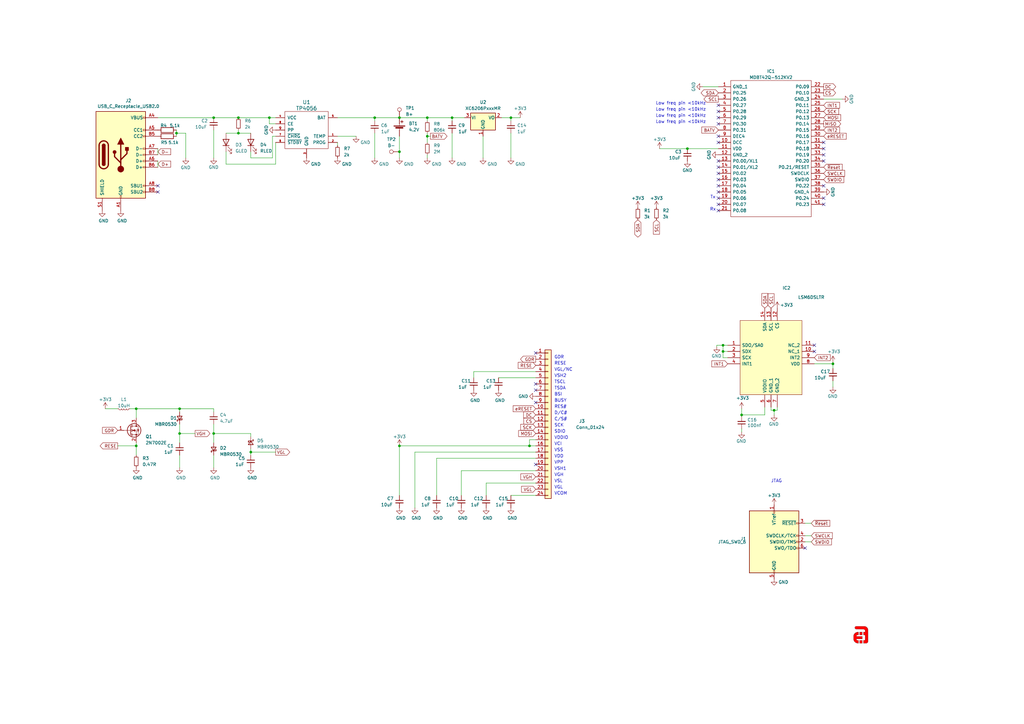
<source format=kicad_sch>
(kicad_sch (version 20220404) (generator eeschema)
  (paper "A3")
  (title_block (title "NRF Pill Lid") (date "2021-08-20") (rev "1") (company "Ace's Electronics"))
  (junction (at 296.545 144.145))
  (junction (at 73.66 177.8))
  (junction (at 55.88 182.88))
  (junction (at 102.87 185.42))
  (junction (at 87.63 48.26))
  (junction (at 317.5 168.275))
  (junction (at 163.83 182.88))
  (junction (at 281.94 60.96))
  (junction (at 97.79 54.61))
  (junction (at 73.66 167.64))
  (junction (at 153.67 48.26))
  (junction (at 175.26 55.88))
  (junction (at 87.63 177.8))
  (junction (at 296.545 141.605))
  (junction (at 163.83 48.26))
  (junction (at 110.49 48.26))
  (junction (at 217.17 182.88))
  (junction (at 55.88 167.64))
  (junction (at 175.26 48.26))
  (junction (at 304.165 170.18))
  (junction (at 341.63 149.225))
  (junction (at 185.42 48.26))
  (junction (at 97.79 48.26))
  (junction (at 209.55 48.26))
  (junction (at 72.39 54.61))
  (junction (at 163.83 62.23))
  (no_connect (at 294.64 43.18))
  (no_connect (at 294.64 68.58))
  (no_connect (at 334.01 141.605))
  (no_connect (at 64.77 78.74))
  (no_connect (at 334.01 144.145))
  (no_connect (at 219.71 157.48))
  (no_connect (at 219.71 160.02))
  (no_connect (at 294.64 50.8))
  (no_connect (at 294.64 55.88))
  (no_connect (at 294.64 58.42))
  (no_connect (at 294.64 48.26))
  (no_connect (at 294.64 45.72))
  (no_connect (at 64.77 76.2))
  (no_connect (at 219.71 144.78))
  (no_connect (at 294.64 71.12))
  (no_connect (at 294.64 81.28))
  (no_connect (at 294.64 86.36))
  (no_connect (at 337.82 58.42))
  (no_connect (at 337.82 60.96))
  (no_connect (at 337.82 63.5))
  (no_connect (at 337.82 66.04))
  (no_connect (at 337.82 76.2))
  (no_connect (at 337.82 81.28))
  (no_connect (at 337.82 83.82))
  (no_connect (at 294.64 83.82))
  (no_connect (at 294.64 78.74))
  (no_connect (at 294.64 76.2))
  (no_connect (at 294.64 73.66))
  (no_connect (at 330.2 224.79))
  (no_connect (at 219.71 165.1))
  (no_connect (at 294.64 66.04))
  (no_connect (at 219.71 190.5))
  (wire (pts (xy 219.71 180.34) (xy 217.17 180.34)))
  (wire (pts (xy 332.74 222.25) (xy 330.2 222.25)))
  (wire (pts (xy 92.71 62.23) (xy 92.71 67.31)))
  (wire (pts (xy 97.79 54.61) (xy 92.71 54.61)))
  (wire (pts (xy 87.63 177.8) (xy 87.63 181.61)))
  (wire (pts (xy 175.26 64.77) (xy 175.26 63.5)))
  (wire (pts (xy 87.63 177.8) (xy 102.87 177.8)))
  (wire (pts (xy 87.63 173.99) (xy 87.63 177.8)))
  (wire (pts (xy 304.165 175.895) (xy 304.165 177.165)))
  (wire (pts (xy 163.83 203.2) (xy 163.83 182.88)))
  (wire (pts (xy 175.26 48.26) (xy 185.42 48.26)))
  (wire (pts (xy 205.74 48.26) (xy 209.55 48.26)))
  (wire (pts (xy 163.83 48.26) (xy 175.26 48.26)))
  (wire (pts (xy 209.55 48.26) (xy 213.36 48.26)))
  (wire (pts (xy 97.79 48.26) (xy 110.49 48.26)))
  (wire (pts (xy 110.49 48.26) (xy 110.49 50.8)))
  (wire (pts (xy 43.18 167.64) (xy 48.26 167.64)))
  (wire (pts (xy 298.45 144.145) (xy 296.545 144.145)))
  (wire (pts (xy 87.63 48.26) (xy 97.79 48.26)))
  (wire (pts (xy 298.45 146.685) (xy 296.545 146.685)))
  (wire (pts (xy 313.69 167.005) (xy 313.69 170.18)))
  (wire (pts (xy 72.39 54.61) (xy 76.2 54.61)))
  (wire (pts (xy 332.74 219.71) (xy 330.2 219.71)))
  (wire (pts (xy 179.07 187.96) (xy 219.71 187.96)))
  (wire (pts (xy 72.39 54.61) (xy 72.39 53.34)))
  (wire (pts (xy 179.07 203.2) (xy 179.07 187.96)))
  (wire (pts (xy 97.79 53.34) (xy 97.79 54.61)))
  (wire (pts (xy 194.31 152.4) (xy 194.31 154.94)))
  (wire (pts (xy 55.88 167.64) (xy 73.66 167.64)))
  (wire (pts (xy 304.165 170.18) (xy 313.69 170.18)))
  (wire (pts (xy 138.43 59.69) (xy 138.43 58.42)))
  (wire (pts (xy 102.87 177.8) (xy 102.87 179.07)))
  (wire (pts (xy 87.63 64.77) (xy 87.63 53.34)))
  (wire (pts (xy 185.42 64.77) (xy 185.42 54.61)))
  (wire (pts (xy 138.43 55.88) (xy 146.05 55.88)))
  (wire (pts (xy 175.26 49.53) (xy 175.26 48.26)))
  (wire (pts (xy 317.5 168.275) (xy 317.5 170.18)))
  (wire (pts (xy 102.87 185.42) (xy 113.03 185.42)))
  (wire (pts (xy 270.51 60.96) (xy 281.94 60.96)))
  (wire (pts (xy 217.17 182.88) (xy 219.71 182.88)))
  (wire (pts (xy 170.18 185.42) (xy 170.18 208.28)))
  (wire (pts (xy 318.77 168.275) (xy 318.77 167.005)))
  (wire (pts (xy 185.42 48.26) (xy 190.5 48.26)))
  (wire (pts (xy 73.66 177.8) (xy 73.66 181.61)))
  (wire (pts (xy 72.39 55.88) (xy 72.39 54.61)))
  (wire (pts (xy 163.83 182.88) (xy 217.17 182.88)))
  (wire (pts (xy 73.66 173.99) (xy 73.66 177.8)))
  (wire (pts (xy 199.39 203.2) (xy 199.39 198.12)))
  (wire (pts (xy 304.165 170.18) (xy 304.165 167.64)))
  (wire (pts (xy 73.66 168.91) (xy 73.66 167.64)))
  (wire (pts (xy 113.03 58.42) (xy 113.03 67.31)))
  (wire (pts (xy 298.45 141.605) (xy 296.545 141.605)))
  (wire (pts (xy 219.71 152.4) (xy 194.31 152.4)))
  (wire (pts (xy 198.12 64.77) (xy 198.12 55.88)))
  (wire (pts (xy 296.545 144.145) (xy 296.545 141.605)))
  (wire (pts (xy 345.44 40.64) (xy 337.82 40.64)))
  (wire (pts (xy 138.43 48.26) (xy 153.67 48.26)))
  (wire (pts (xy 317.5 168.275) (xy 318.77 168.275)))
  (wire (pts (xy 209.55 49.53) (xy 209.55 48.26)))
  (wire (pts (xy 73.66 177.8) (xy 80.01 177.8)))
  (wire (pts (xy 102.87 62.23) (xy 102.87 64.77)))
  (wire (pts (xy 189.23 193.04) (xy 219.71 193.04)))
  (wire (pts (xy 73.66 167.64) (xy 87.63 167.64)))
  (wire (pts (xy 102.87 184.15) (xy 102.87 185.42)))
  (wire (pts (xy 102.87 185.42) (xy 102.87 186.69)))
  (wire (pts (xy 175.26 54.61) (xy 175.26 55.88)))
  (wire (pts (xy 175.26 55.88) (xy 175.26 58.42)))
  (wire (pts (xy 110.49 48.26) (xy 113.03 48.26)))
  (wire (pts (xy 288.29 35.56) (xy 294.64 35.56)))
  (wire (pts (xy 204.47 154.94) (xy 219.71 154.94)))
  (wire (pts (xy 219.71 185.42) (xy 170.18 185.42)))
  (wire (pts (xy 92.71 67.31) (xy 113.03 67.31)))
  (wire (pts (xy 55.88 182.88) (xy 55.88 186.69)))
  (wire (pts (xy 87.63 168.91) (xy 87.63 167.64)))
  (wire (pts (xy 113.03 50.8) (xy 110.49 50.8)))
  (wire (pts (xy 64.77 60.96) (xy 64.77 63.5)))
  (wire (pts (xy 185.42 49.53) (xy 185.42 48.26)))
  (wire (pts (xy 294.005 141.605) (xy 294.005 142.24)))
  (wire (pts (xy 153.67 48.26) (xy 163.83 48.26)))
  (wire (pts (xy 175.26 55.88) (xy 176.53 55.88)))
  (wire (pts (xy 53.34 167.64) (xy 55.88 167.64)))
  (wire (pts (xy 76.2 54.61) (xy 76.2 64.77)))
  (wire (pts (xy 113.03 55.88) (xy 111.76 55.88)))
  (wire (pts (xy 334.01 149.225) (xy 341.63 149.225)))
  (wire (pts (xy 209.55 203.2) (xy 219.71 203.2)))
  (wire (pts (xy 316.23 168.275) (xy 317.5 168.275)))
  (wire (pts (xy 341.63 149.225) (xy 341.63 151.13)))
  (wire (pts (xy 316.23 167.005) (xy 316.23 168.275)))
  (wire (pts (xy 163.83 55.88) (xy 163.83 62.23)))
  (wire (pts (xy 55.88 167.64) (xy 55.88 171.45)))
  (wire (pts (xy 48.26 182.88) (xy 55.88 182.88)))
  (wire (pts (xy 111.76 55.88) (xy 111.76 64.77)))
  (wire (pts (xy 153.67 64.77) (xy 153.67 54.61)))
  (wire (pts (xy 341.63 156.21) (xy 341.63 158.75)))
  (wire (pts (xy 341.63 148.59) (xy 341.63 149.225)))
  (wire (pts (xy 189.23 193.04) (xy 189.23 203.2)))
  (wire (pts (xy 296.545 146.685) (xy 296.545 144.145)))
  (wire (pts (xy 209.55 64.77) (xy 209.55 54.61)))
  (wire (pts (xy 281.94 60.96) (xy 294.64 60.96)))
  (wire (pts (xy 55.88 181.61) (xy 55.88 182.88)))
  (wire (pts (xy 199.39 198.12) (xy 219.71 198.12)))
  (wire (pts (xy 304.165 170.815) (xy 304.165 170.18)))
  (wire (pts (xy 64.77 48.26) (xy 87.63 48.26)))
  (wire (pts (xy 332.74 214.63) (xy 330.2 214.63)))
  (wire (pts (xy 217.17 180.34) (xy 217.17 182.88)))
  (wire (pts (xy 97.79 54.61) (xy 102.87 54.61)))
  (wire (pts (xy 296.545 141.605) (xy 294.005 141.605)))
  (wire (pts (xy 153.67 48.26) (xy 153.67 49.53)))
  (wire (pts (xy 163.83 64.77) (xy 163.83 62.23)))
  (wire (pts (xy 87.63 186.69) (xy 87.63 191.77)))
  (wire (pts (xy 64.77 66.04) (xy 64.77 68.58)))
  (wire (pts (xy 73.66 186.69) (xy 73.66 191.77)))
  (wire (pts (xy 102.87 64.77) (xy 111.76 64.77)))
  (image (at 353.06 260.35))
  (text "RESE" (at 227.33 149.86 0) (effects (font (size 1.27 1.27)) (justify left bottom)))
  (text "SCK" (at 227.33 175.26 0) (effects (font (size 1.27 1.27)) (justify left bottom)))
  (text "TSCL" (at 227.33 157.48 0) (effects (font (size 1.27 1.27)) (justify left bottom)))
  (text "Tx" (at 293.4872 81.6708 0) (effects (font (size 1.27 1.27)) (justify right bottom)))
  (text "VDD" (at 227.33 187.96 0) (effects (font (size 1.27 1.27)) (justify left bottom)))
  (text "JTAG" (at 316.23 198.12 0) (effects (font (size 1.27 1.27)) (justify left bottom)))
  (text "Rx\n" (at 293.6435 86.6726 0) (effects (font (size 1.27 1.27)) (justify right bottom)))
  (text "VCI" (at 227.33 182.88 0) (effects (font (size 1.27 1.27)) (justify left bottom)))
  (text "RES#" (at 227.33 167.64 0) (effects (font (size 1.27 1.27)) (justify left bottom)))
  (text "Low freq pin <10kHz" (at 289.56 48.26 0) (effects (font (size 1.27 1.27)) (justify right bottom)))
  (text "VDDIO" (at 227.33 180.34 0) (effects (font (size 1.27 1.27)) (justify left bottom)))
  (text "C/S#" (at 227.33 172.72 0) (effects (font (size 1.27 1.27)) (justify left bottom)))
  (text "VSH1" (at 227.33 193.04 0) (effects (font (size 1.27 1.27)) (justify left bottom)))
  (text "VGL/NC" (at 227.33 152.4 0) (effects (font (size 1.27 1.27)) (justify left bottom)))
  (text "Low freq pin <10kHz" (at 289.56 43.18 0) (effects (font (size 1.27 1.27)) (justify right bottom)))
  (text "TSDA" (at 227.33 160.02 0) (effects (font (size 1.27 1.27)) (justify left bottom)))
  (text "BUSY" (at 227.33 165.1 0) (effects (font (size 1.27 1.27)) (justify left bottom)))
  (text "D/C#" (at 227.33 170.18 0) (effects (font (size 1.27 1.27)) (justify left bottom)))
  (text "VPP" (at 227.33 190.5 0) (effects (font (size 1.27 1.27)) (justify left bottom)))
  (text "VSL" (at 227.33 198.12 0) (effects (font (size 1.27 1.27)) (justify left bottom)))
  (text "VSS" (at 227.33 185.42 0) (effects (font (size 1.27 1.27)) (justify left bottom)))
  (text "VCOM" (at 227.33 203.2 0) (effects (font (size 1.27 1.27)) (justify left bottom)))
  (text "Low freq pin <10kHz" (at 289.56 50.8 0) (effects (font (size 1.27 1.27)) (justify right bottom)))
  (text "Low freq pin <10kHz" (at 289.56 45.72 0) (effects (font (size 1.27 1.27)) (justify right bottom)))
  (text "VGL" (at 227.33 200.66 0) (effects (font (size 1.27 1.27)) (justify left bottom)))
  (text "SDIO" (at 227.33 177.8 0) (effects (font (size 1.27 1.27)) (justify left bottom)))
  (text "VGH" (at 227.33 195.58 0) (effects (font (size 1.27 1.27)) (justify left bottom)))
  (text "VSH2" (at 227.33 154.94 0) (effects (font (size 1.27 1.27)) (justify left bottom)))
  (text "GDR" (at 227.33 147.32 0) (effects (font (size 1.27 1.27)) (justify left bottom)))
  (text "BSI" (at 227.33 162.56 0) (effects (font (size 1.27 1.27)) (justify left bottom)))
  (global_label "SCK" (shape input) (at 337.82 45.72 0) (property "Intersheet References" "${INTERSHEET_REFS}" (effects hide)))
  (global_label "SDA" (shape bidirectional) (at 294.64 38.1 180) (property "Intersheet References" "${INTERSHEET_REFS}" (effects hide)))
  (global_label "BATV" (shape input) (at 294.64 53.34 180) (property "Intersheet References" "${INTERSHEET_REFS}" (effects hide)))
  (global_label "SWDIO" (shape input) (at 332.74 222.25 0) (property "Intersheet References" "${INTERSHEET_REFS}" (effects hide)))
  (global_label "CS" (shape input) (at 219.71 172.72 180) (property "Intersheet References" "${INTERSHEET_REFS}" (effects hide)))
  (global_label "SCL" (shape input) (at 316.23 126.365 90) (property "Intersheet References" "${INTERSHEET_REFS}" (effects hide)))
  (global_label "RESE" (shape input) (at 219.71 149.86 180) (property "Intersheet References" "${INTERSHEET_REFS}" (effects hide)))
  (global_label "GDR" (shape input) (at 48.26 176.53 180) (property "Intersheet References" "${INTERSHEET_REFS}" (effects hide)))
  (global_label "SCK" (shape input) (at 219.71 175.26 180) (property "Intersheet References" "${INTERSHEET_REFS}" (effects hide)))
  (global_label "MOSI" (shape input) (at 337.82 48.26 0) (property "Intersheet References" "${INTERSHEET_REFS}" (effects hide)))
  (global_label "eRESET" (shape input) (at 219.71 167.64 180) (property "Intersheet References" "${INTERSHEET_REFS}" (effects hide)))
  (global_label "SCL" (shape input) (at 269.24 90.17 270) (property "Intersheet References" "${INTERSHEET_REFS}" (effects hide)))
  (global_label "GDR" (shape output) (at 219.71 147.32 180) (property "Intersheet References" "${INTERSHEET_REFS}" (effects hide)))
  (global_label "MOSI" (shape input) (at 219.71 177.8 180) (property "Intersheet References" "${INTERSHEET_REFS}" (effects hide)))
  (global_label "VGL" (shape input) (at 219.71 200.66 180) (property "Intersheet References" "${INTERSHEET_REFS}" (effects hide)))
  (global_label "CS" (shape output) (at 337.82 38.1 0) (property "Intersheet References" "${INTERSHEET_REFS}" (effects hide)))
  (global_label "SWCLK" (shape input) (at 337.82 71.12 0) (property "Intersheet References" "${INTERSHEET_REFS}" (effects hide)))
  (global_label "SWDIO" (shape input) (at 337.82 73.66 0) (property "Intersheet References" "${INTERSHEET_REFS}" (effects hide)))
  (global_label "~{Reset}" (shape input) (at 332.74 214.63 0) (property "Intersheet References" "${INTERSHEET_REFS}" (effects hide)))
  (global_label "RESE" (shape output) (at 48.26 182.88 180) (property "Intersheet References" "${INTERSHEET_REFS}" (effects hide)))
  (global_label "MISO" (shape output) (at 337.82 50.8 0) (property "Intersheet References" "${INTERSHEET_REFS}" (effects hide)))
  (global_label "BATV" (shape output) (at 176.53 55.88 0) (property "Intersheet References" "${INTERSHEET_REFS}" (effects hide)))
  (global_label "SWCLK" (shape input) (at 332.74 219.71 0) (property "Intersheet References" "${INTERSHEET_REFS}" (effects hide)))
  (global_label "VGH" (shape output) (at 80.01 177.8 0) (property "Intersheet References" "${INTERSHEET_REFS}" (effects hide)))
  (global_label "VGH" (shape input) (at 219.71 195.58 180) (property "Intersheet References" "${INTERSHEET_REFS}" (effects hide)))
  (global_label "DC" (shape input) (at 219.71 170.18 180) (property "Intersheet References" "${INTERSHEET_REFS}" (effects hide)))
  (global_label "DC" (shape output) (at 337.82 35.56 0) (property "Intersheet References" "${INTERSHEET_REFS}" (effects hide)))
  (global_label "~{Reset}" (shape input) (at 337.82 68.58 0) (property "Intersheet References" "${INTERSHEET_REFS}" (effects hide)))
  (global_label "SDA" (shape bidirectional) (at 261.62 90.17 270) (property "Intersheet References" "${INTERSHEET_REFS}" (effects hide)))
  (global_label "INT1" (shape input) (at 337.82 43.18 0) (property "Intersheet References" "${INTERSHEET_REFS}" (effects hide)))
  (global_label "INT2" (shape input) (at 334.01 146.685 0) (property "Intersheet References" "${INTERSHEET_REFS}" (effects hide)))
  (global_label "INT1" (shape input) (at 298.45 149.225 180) (property "Intersheet References" "${INTERSHEET_REFS}" (effects hide)))
  (global_label "INT2" (shape input) (at 337.82 53.34 0) (property "Intersheet References" "${INTERSHEET_REFS}" (effects hide)))
  (global_label "D-" (shape input) (at 64.77 62.23 0) (property "Intersheet References" "${INTERSHEET_REFS}" (effects hide)))
  (global_label "D+" (shape input) (at 64.77 67.31 0) (property "Intersheet References" "${INTERSHEET_REFS}" (effects hide)))
  (global_label "eRESET" (shape input) (at 337.82 55.88 0) (property "Intersheet References" "${INTERSHEET_REFS}" (effects hide)))
  (global_label "SCL" (shape output) (at 294.64 40.64 180) (property "Intersheet References" "${INTERSHEET_REFS}" (effects hide)))
  (global_label "VGL" (shape output) (at 113.03 185.42 0) (property "Intersheet References" "${INTERSHEET_REFS}" (effects hide)))
  (global_label "SDA" (shape input) (at 313.69 126.365 90) (property "Intersheet References" "${INTERSHEET_REFS}" (effects hide)))
  (symbol (lib_id "Connector:Conn_ARM_JTAG_SWD_6") (at 317.5 222.25 0) (unit 1)
    (default_instance (reference "U") (unit 1) (value "") (footprint ""))
    (property "Reference" "J1" (at 306.07 220.98 0) (effects (justify right)))
    (property "Value" "JTAG_SWD_6" (at 306.07 222.25 0) (effects (justify right)))
    (property "Footprint" "Connector:Tag-Connect_TC2050-IDC-NL_2x05_P1.27mm_Vertical" (effects hide))
    (property "Datasheet" "http://infocenter.arm.com/help/topic/com.arm.doc.ddi0314h/DDI0314H_coresight_components_trm.pdf" (effects hide))
  )
  (symbol (lib_id "power:GND") (at 317.5 237.49 0) (unit 1)
    (default_instance (reference "U") (unit 1) (value "") (footprint ""))
    (property "Reference" "#PWR010" (effects hide))
    (property "Value" "GND" (at 321.31 238.76 0))
  )
  (symbol (lib_id "Device:R_Small") (at 261.62 87.63 0) (unit 1)
    (default_instance (reference "U") (unit 1) (value "") (footprint ""))
    (property "Reference" "R1" (at 264.16 86.36 0) (effects (justify left)))
    (property "Value" "3k" (at 264.16 88.9 0) (effects (justify left)))
    (property "Footprint" "Resistor_SMD:R_0603_1608Metric" (effects hide))
    (property "lcsc_part_number" "C4211" (effects hide))
  )
  (symbol (lib_id "Device:R_Small") (at 269.24 87.63 0) (unit 1)
    (default_instance (reference "U") (unit 1) (value "") (footprint ""))
    (property "Reference" "R2" (at 271.78 86.36 0) (effects (justify left)))
    (property "Value" "3k" (at 271.78 88.9 0) (effects (justify left)))
    (property "Footprint" "Resistor_SMD:R_0603_1608Metric" (effects hide))
    (property "lcsc_part_number" "C4211" (effects hide))
  )
  (symbol (lib_id "Device:C_Small") (at 281.94 63.5 0) (unit 1)
    (default_instance (reference "U") (unit 1) (value "") (footprint ""))
    (property "Reference" "C3" (at 276.86 62.23 0) (effects (justify left)))
    (property "Value" "10uF" (at 274.32 64.77 0) (effects (justify left)))
    (property "Footprint" "Capacitor_SMD:C_0603_1608Metric" (effects hide))
    (property "lcsc_part_number" "C19702" (effects hide))
  )
  (symbol (lib_id "power:GND") (at 281.94 66.04 0) (unit 1)
    (default_instance (reference "U") (unit 1) (value "") (footprint ""))
    (property "Reference" "#PWR07" (effects hide))
    (property "Value" "GND" (at 281.94 69.85 0))
  )
  (symbol (lib_id "Device:C_Small") (at 73.66 184.15 0) (unit 1)
    (default_instance (reference "U") (unit 1) (value "") (footprint ""))
    (property "Reference" "C1" (at 68.58 182.88 0) (effects (justify left)))
    (property "Value" "1uF" (at 67.31 185.42 0) (effects (justify left)))
    (property "Footprint" "Capacitor_SMD:C_0603_1608Metric" (effects hide))
    (property "lcsc_part_number" "C59782" (effects hide))
  )
  (symbol (lib_id "Device:C_Small") (at 341.63 153.67 0) (unit 1)
    (default_instance (reference "U") (unit 1) (value "") (footprint ""))
    (property "Reference" "C17" (at 336.55 152.4 0) (effects (justify left)))
    (property "Value" "10uF" (at 334.01 154.94 0) (effects (justify left)))
    (property "Footprint" "Capacitor_SMD:C_0603_1608Metric" (effects hide))
    (property "lcsc_part_number" "C19702" (effects hide))
  )
  (symbol (lib_id "Device:C_Small") (at 194.31 157.48 0) (unit 1)
    (default_instance (reference "U") (unit 1) (value "") (footprint ""))
    (property "Reference" "C11" (at 189.23 156.21 0) (effects (justify left)))
    (property "Value" "1uF" (at 187.96 158.75 0) (effects (justify left)))
    (property "Footprint" "Capacitor_SMD:C_0603_1608Metric" (effects hide))
    (property "lcsc_part_number" "C59782" (effects hide))
  )
  (symbol (lib_id "power:GND") (at 102.87 191.77 0) (unit 1)
    (default_instance (reference "U") (unit 1) (value "") (footprint ""))
    (property "Reference" "#PWR011" (effects hide))
    (property "Value" "GND" (at 103.4288 195.961 0))
  )
  (symbol (lib_id "Device:LED") (at 102.87 58.42 90) (unit 1)
    (default_instance (reference "U") (unit 1) (value "") (footprint ""))
    (property "Reference" "D4" (at 106.68 59.3725 90) (effects (justify right)))
    (property "Value" "RLED" (at 106.68 61.9125 90) (effects (justify right)))
    (property "Footprint" "LED_SMD:LED_0603_1608Metric" (effects hide))
    (property "lcsc" "C84263" (effects hide))
  )
  (symbol (lib_id "Device:C_Small") (at 87.63 50.8 0) (unit 1)
    (default_instance (reference "U") (unit 1) (value "") (footprint ""))
    (property "Reference" "C2" (at 82.55 49.53 0) (effects (justify left)))
    (property "Value" "10uF" (at 80.01 52.07 0) (effects (justify left)))
    (property "Footprint" "Capacitor_SMD:C_0603_1608Metric" (effects hide))
    (property "lcsc_part_number" "C19702" (effects hide))
  )
  (symbol (lib_id "power:GND") (at 76.2 64.77 0) (unit 1)
    (default_instance (reference "U") (unit 1) (value "") (footprint ""))
    (property "Reference" "#PWR06" (effects hide))
    (property "Value" "GND" (at 78.1806 68.7379 0) (effects (justify right)))
  )
  (symbol (lib_id "Device:C_Small") (at 87.63 171.45 0) (unit 1)
    (default_instance (reference "U") (unit 1) (value "") (footprint ""))
    (property "Reference" "C4" (at 90.17 170.18 0) (effects (justify left)))
    (property "Value" "4.7uF" (at 90.17 172.72 0) (effects (justify left)))
    (property "Footprint" "Capacitor_SMD:C_0603_1608Metric" (effects hide))
    (property "lcsc_part_number" "C59782" (effects hide))
  )
  (symbol (lib_id "power:GND") (at 219.71 162.56 270) (unit 1)
    (default_instance (reference "U") (unit 1) (value "") (footprint ""))
    (property "Reference" "#PWR032" (effects hide))
    (property "Value" "GND" (at 214.63 162.56 90))
  )
  (symbol (lib_id "power:GND") (at 153.67 64.77 0) (unit 1)
    (default_instance (reference "U") (unit 1) (value "") (footprint ""))
    (property "Reference" "#PWR016" (effects hide))
    (property "Value" "GND" (at 157.48 67.31 0))
  )
  (symbol (lib_id "power:+3.3V") (at 318.77 126.365 0) (unit 1)
    (default_instance (reference "U") (unit 1) (value "") (footprint ""))
    (property "Reference" "#PWR043" (effects hide))
    (property "Value" "+3.3V" (at 322.58 125.095 0))
  )
  (symbol (lib_id "power:GND") (at 179.07 208.28 0) (unit 1)
    (default_instance (reference "U") (unit 1) (value "") (footprint ""))
    (property "Reference" "#PWR022" (effects hide))
    (property "Value" "GND" (at 179.6288 212.471 0))
  )
  (symbol (lib_id "Device:R_Small") (at 138.43 62.23 0) (unit 1)
    (default_instance (reference "U") (unit 1) (value "") (footprint ""))
    (property "Reference" "R7" (at 140.97 60.96 0) (effects (justify left)))
    (property "Value" "2k" (at 140.97 63.5 0) (effects (justify left)))
    (property "Footprint" "Resistor_SMD:R_0603_1608Metric" (effects hide))
    (property "lcsc" "C269421" (effects hide))
  )
  (symbol (lib_id "Device:C_Small") (at 189.23 205.74 0) (unit 1)
    (default_instance (reference "U") (unit 1) (value "") (footprint ""))
    (property "Reference" "C10" (at 184.15 204.47 0) (effects (justify left)))
    (property "Value" "1uF" (at 182.88 207.01 0) (effects (justify left)))
    (property "Footprint" "Capacitor_SMD:C_0603_1608Metric" (effects hide))
    (property "lcsc_part_number" "C59782" (effects hide))
  )
  (symbol (lib_id "Device:C_Small") (at 179.07 205.74 0) (unit 1)
    (default_instance (reference "U") (unit 1) (value "") (footprint ""))
    (property "Reference" "C8" (at 173.99 204.47 0) (effects (justify left)))
    (property "Value" "1uF" (at 172.72 207.01 0) (effects (justify left)))
    (property "Footprint" "Capacitor_SMD:C_0603_1608Metric" (effects hide))
    (property "lcsc_part_number" "C59782" (effects hide))
  )
  (symbol (lib_id "Connector:TestPoint") (at 163.83 62.23 90) (unit 1)
    (default_instance (reference "TP") (unit 1) (value "TestPoint") (footprint ""))
    (property "Reference" "TP2" (at 160.528 57.15 90))
    (property "Value" "B-" (at 160.528 59.69 90))
    (property "Footprint" "TestPoint:TestPoint_Pad_2.0x2.0mm" (effects hide))
  )
  (symbol (lib_id "power:GND") (at 87.63 191.77 0) (unit 1)
    (default_instance (reference "U") (unit 1) (value "") (footprint ""))
    (property "Reference" "#PWR09" (effects hide))
    (property "Value" "GND" (at 88.1888 195.961 0))
  )
  (symbol (lib_id "power:GND") (at 294.005 142.24 0) (unit 1)
    (default_instance (reference "U") (unit 1) (value "") (footprint ""))
    (property "Reference" "#PWR037" (effects hide))
    (property "Value" "GND" (at 293.878 145.9992 0))
  )
  (symbol (lib_id "power:GND") (at 185.42 64.77 0) (unit 1)
    (default_instance (reference "U") (unit 1) (value "") (footprint ""))
    (property "Reference" "#PWR023" (effects hide))
    (property "Value" "GND" (at 189.23 67.31 0))
  )
  (symbol (lib_id "power:+3.3V") (at 43.18 167.64 0) (unit 1)
    (default_instance (reference "U") (unit 1) (value "") (footprint ""))
    (property "Reference" "#PWR02" (effects hide))
    (property "Value" "+3.3V" (at 43.18 163.83 0))
  )
  (symbol (lib_id "Connector_Generic:Conn_01x24") (at 224.79 172.72 0) (unit 1)
    (default_instance (reference "U") (unit 1) (value "") (footprint ""))
    (property "Reference" "J3" (at 237.49 172.72 0) (effects (justify left)))
    (property "Value" "Conn_01x24" (at 236.22 175.26 0) (effects (justify left)))
    (property "Footprint" "Connector_FFC-FPC:Hirose_FH12-24S-0.5SH_1x24-1MP_P0.50mm_Horizontal" (effects hide))
    (property "lcsc" "C202112" (effects hide))
  )
  (symbol (lib_id "MDBT42Q-512KV2:MDBT42Q-512KV2") (at 294.64 35.56 0) (unit 1)
    (default_instance (reference "U") (unit 1) (value "") (footprint ""))
    (property "Reference" "IC1" (at 316.23 29.21 0))
    (property "Value" "MDBT42Q-512KV2" (at 316.23 31.75 0))
    (property "Footprint" "MDBT42Q512KV2" (effects hide))
    (property "Datasheet" "http://www.raytac.com/download/index.php?index_id=27" (effects hide))
    (property "Description" "BT 4.2 & BT 5 Module" (effects hide))
    (property "Height" "2.2" (effects hide))
    (property "Manufacturer_Name" "Raytac" (effects hide))
    (property "Manufacturer_Part_Number" "MDBT42Q-512KV2" (effects hide))
  )
  (symbol (lib_id "power:GND") (at 341.63 158.75 0) (unit 1)
    (default_instance (reference "U") (unit 1) (value "") (footprint ""))
    (property "Reference" "#PWR046" (effects hide))
    (property "Value" "GND" (at 341.503 162.5092 0))
  )
  (symbol (lib_id "power:GND") (at 87.63 64.77 0) (unit 1)
    (default_instance (reference "U") (unit 1) (value "") (footprint ""))
    (property "Reference" "#PWR08" (effects hide))
    (property "Value" "GND" (at 87.63 68.58 0))
  )
  (symbol (lib_id "Device:C_Small") (at 153.67 52.07 0) (unit 1)
    (default_instance (reference "U") (unit 1) (value "") (footprint ""))
    (property "Reference" "C6" (at 156.21 51.4413 0) (effects (justify left)))
    (property "Value" "1uF" (at 156.21 53.9813 0) (effects (justify left)))
    (property "Footprint" "Capacitor_SMD:C_0603_1608Metric" (effects hide))
    (property "lcsc" "C1592" (effects hide))
  )
  (symbol (lib_id "Device:D_Schottky_Small") (at 87.63 184.15 90) (unit 1)
    (default_instance (reference "U") (unit 1) (value "") (footprint ""))
    (property "Reference" "D2" (at 90.17 183.769 90) (effects (justify right)))
    (property "Value" "MBR0530" (at 90.17 186.309 90) (effects (justify right)))
    (property "Footprint" "Diode_SMD:D_SOD-123" (effects hide))
    (property "lcsc" "C77336" (effects hide))
  )
  (symbol (lib_id "power:GND") (at 199.39 208.28 0) (unit 1)
    (default_instance (reference "U") (unit 1) (value "") (footprint ""))
    (property "Reference" "#PWR027" (effects hide))
    (property "Value" "GND" (at 199.9488 212.471 0))
  )
  (symbol (lib_id "Device:R_Small") (at 175.26 52.07 0) (unit 1)
    (default_instance (reference "U") (unit 1) (value "") (footprint ""))
    (property "Reference" "R8" (at 177.8 50.8 0) (effects (justify left)))
    (property "Value" "806k" (at 177.8 53.34 0) (effects (justify left)))
    (property "Footprint" "Resistor_SMD:R_0603_1608Metric" (effects hide))
    (property "lcsc" "C2849086" (effects hide))
  )
  (symbol (lib_id "power:GND") (at 209.55 208.28 0) (unit 1)
    (default_instance (reference "U") (unit 1) (value "") (footprint ""))
    (property "Reference" "#PWR030" (effects hide))
    (property "Value" "GND" (at 210.1088 212.471 0))
  )
  (symbol (lib_id "power:GND") (at 198.12 64.77 0) (unit 1)
    (default_instance (reference "U") (unit 1) (value "") (footprint ""))
    (property "Reference" "#PWR026" (effects hide))
    (property "Value" "GND" (at 201.93 67.31 0))
  )
  (symbol (lib_id "power:GND") (at 125.73 64.77 0) (unit 1)
    (default_instance (reference "U") (unit 1) (value "") (footprint ""))
    (property "Reference" "#PWR013" (effects hide))
    (property "Value" "GND" (at 129.54 67.31 0))
  )
  (symbol (lib_id "power:+3.3V") (at 269.24 85.09 0) (unit 1)
    (default_instance (reference "U") (unit 1) (value "") (footprint ""))
    (property "Reference" "#PWR034" (effects hide))
    (property "Value" "+3.3V" (at 269.24 81.28 0))
  )
  (symbol (lib_id "tp4056:TP4056") (at 125.73 54.61 0) (unit 1)
    (default_instance (reference "U") (unit 1) (value "") (footprint ""))
    (property "Reference" "U1" (at 125.73 41.91 0) (effects (font (size 1.524 1.524))))
    (property "Value" "TP4056" (at 125.73 44.45 0) (effects (font (size 1.524 1.524))))
    (property "Footprint" "Package_SO:HSOP-8-1EP_3.9x4.9mm_P1.27mm_EP2.41x3.1mm_ThermalVias" (effects hide))
    (property "lcsc" "C382139" (effects hide))
  )
  (symbol (lib_id "power:GND") (at 163.83 208.28 0) (unit 1)
    (default_instance (reference "U") (unit 1) (value "") (footprint ""))
    (property "Reference" "#PWR019" (effects hide))
    (property "Value" "GND" (at 164.3888 212.471 0))
  )
  (symbol (lib_id "power:+3.3V") (at 270.51 60.96 0) (unit 1)
    (default_instance (reference "U") (unit 1) (value "") (footprint ""))
    (property "Reference" "#PWR035" (effects hide))
    (property "Value" "+3.3V" (at 270.51 57.15 0))
  )
  (symbol (lib_id "Device:C_Small") (at 204.47 157.48 0) (unit 1)
    (default_instance (reference "U") (unit 1) (value "") (footprint ""))
    (property "Reference" "C13" (at 199.39 156.21 0) (effects (justify left)))
    (property "Value" "1uF" (at 198.12 158.75 0) (effects (justify left)))
    (property "Footprint" "Capacitor_SMD:C_0603_1608Metric" (effects hide))
    (property "lcsc_part_number" "C59782" (effects hide))
  )
  (symbol (lib_id "Device:C_Small") (at 209.55 52.07 0) (unit 1)
    (default_instance (reference "U") (unit 1) (value "") (footprint ""))
    (property "Reference" "C14" (at 212.09 51.4413 0) (effects (justify left)))
    (property "Value" "1uF" (at 212.09 53.9813 0) (effects (justify left)))
    (property "Footprint" "Capacitor_SMD:C_0603_1608Metric" (effects hide))
    (property "lcsc" "C1592" (effects hide))
  )
  (symbol (lib_id "Regulator_Linear:XC6206PxxxMR") (at 198.12 48.26 0) (unit 1)
    (default_instance (reference "U") (unit 1) (value "") (footprint ""))
    (property "Reference" "U2" (at 198.12 41.91 0))
    (property "Value" "XC6206PxxxMR" (at 198.12 44.45 0))
    (property "Footprint" "Package_TO_SOT_SMD:SOT-23" (effects hide))
    (property "Datasheet" "https://www.torexsemi.com/file/xc6206/XC6206.pdf" (effects hide))
    (property "lcsc" "C347376" (effects hide))
  )
  (symbol (lib_id "power:GND") (at 55.88 191.77 0) (unit 1)
    (default_instance (reference "U") (unit 1) (value "") (footprint ""))
    (property "Reference" "#PWR04" (effects hide))
    (property "Value" "GND" (at 56.4388 195.961 0))
  )
  (symbol (lib_id "power:GND") (at 194.31 160.02 0) (unit 1)
    (default_instance (reference "U") (unit 1) (value "") (footprint ""))
    (property "Reference" "#PWR025" (effects hide))
    (property "Value" "GND" (at 194.8688 164.211 0))
  )
  (symbol (lib_id "power:+3.3V") (at 341.63 148.59 0) (unit 1)
    (default_instance (reference "U") (unit 1) (value "") (footprint ""))
    (property "Reference" "#PWR045" (effects hide))
    (property "Value" "+3.3V" (at 342.011 144.1958 0))
  )
  (symbol (lib_id "power:GND") (at 288.29 35.56 270) (unit 1)
    (default_instance (reference "U") (unit 1) (value "") (footprint ""))
    (property "Reference" "#PWR036" (effects hide))
    (property "Value" "GND" (at 284.48 35.56 0))
  )
  (symbol (lib_id "Device:C_Small") (at 163.83 205.74 0) (unit 1)
    (default_instance (reference "U") (unit 1) (value "") (footprint ""))
    (property "Reference" "C7" (at 158.75 204.47 0) (effects (justify left)))
    (property "Value" "10uF" (at 156.21 207.01 0) (effects (justify left)))
    (property "Footprint" "Capacitor_SMD:C_0603_1608Metric" (effects hide))
    (property "lcsc_part_number" "C19702" (effects hide))
  )
  (symbol (lib_id "hardware_nrf52840_pa_beacon_hat:USB_C_Receptacle_USB2.0-Connector") (at 49.53 63.5 0) (unit 1)
    (default_instance (reference "U") (unit 1) (value "") (footprint ""))
    (property "Reference" "J2" (at 52.6796 41.275 0))
    (property "Value" "USB_C_Receptacle_USB2.0" (at 52.6796 43.5864 0))
    (property "Footprint" "Connector_USB:USB_C_Receptacle_HRO_TYPE-C-31-M-12" (effects hide))
    (property "Datasheet" "https://datasheet.lcsc.com/szlcsc/1811131825_Korean-Hroparts-Elec-TYPE-C-31-M-12_C165948.pdf" (effects hide))
    (property "lcsc_part_number" "C165948" (effects hide))
    (property "lcsc_url" "https://lcsc.com/product-detail/USB-Connectors_Korean-Hroparts-Elec-TYPE-C-31-M-12_C165948.html" (effects hide))
    (property "lcsc_min_qty" "1" (effects hide))
    (property "mfr_part_number" "TYPE-C-31-M-12" (effects hide))
    (property "package" "8.94*7.3mm" (effects hide))
  )
  (symbol (lib_id "power:GND") (at 345.44 40.64 90) (unit 1)
    (default_instance (reference "U") (unit 1) (value "") (footprint ""))
    (property "Reference" "#PWR047" (effects hide))
    (property "Value" "GND" (at 349.25 40.64 0))
  )
  (symbol (lib_id "Device:R") (at 68.58 55.88 270) (unit 1)
    (default_instance (reference "U") (unit 1) (value "") (footprint ""))
    (property "Reference" "R5" (at 67.31 58.42 90))
    (property "Value" "5.1k" (at 71.12 58.42 90))
    (property "Footprint" "Resistor_SMD:R_0603_1608Metric" (effects hide))
    (property "Datasheet" "https://datasheet.lcsc.com/lcsc/2107141533_FH-Guangdong-Fenghua-Advanced-Tech-RS-03K5101FT_C156350.pdf" (effects hide))
    (property "lcsc" "C156350" (effects hide))
  )
  (symbol (lib_id "SamacSys_Parts:LSM6DSLTR") (at 298.45 141.605 0) (unit 1)
    (default_instance (reference "U") (unit 1) (value "") (footprint ""))
    (property "Reference" "IC2" (at 322.58 118.11 0))
    (property "Value" "LSM6DSLTR" (at 332.74 121.92 0))
    (property "Footprint" "Package_LGA:LGA-14_3x2.5mm_P0.5mm_LayoutBorder3x4y" (effects hide))
    (property "Datasheet" "https://www.st.com/resource/en/datasheet/lsm6dsl.pdf" (effects hide))
    (property "Description" "IMUs - Inertial Measurement Units CONSUMER MEMS" (effects hide))
    (property "Manufacturer_Part_Number" "LSM6DSLTR" (effects hide))
    (property "lcsc" "C95230" (effects hide))
  )
  (symbol (lib_id "Device:R") (at 68.58 53.34 270) (unit 1)
    (default_instance (reference "U") (unit 1) (value "") (footprint ""))
    (property "Reference" "R4" (at 67.1322 51.4858 90))
    (property "Value" "5.1k" (at 71.7042 51.4858 90))
    (property "Footprint" "Resistor_SMD:R_0603_1608Metric" (effects hide))
    (property "Datasheet" "https://datasheet.lcsc.com/lcsc/2107141533_FH-Guangdong-Fenghua-Advanced-Tech-RS-03K5101FT_C156350.pdf" (effects hide))
    (property "lcsc" "C156350" (effects hide))
  )
  (symbol (lib_id "Device:D_Schottky_Small") (at 102.87 181.61 270) (unit 1)
    (default_instance (reference "U") (unit 1) (value "") (footprint ""))
    (property "Reference" "D5" (at 105.41 180.721 90) (effects (justify left)))
    (property "Value" "MBR0530" (at 105.41 183.261 90) (effects (justify left)))
    (property "Footprint" "Diode_SMD:D_SOD-123" (effects hide))
    (property "lcsc" "C77336" (effects hide))
  )
  (symbol (lib_id "power:GND") (at 170.18 208.28 0) (unit 1)
    (default_instance (reference "U") (unit 1) (value "") (footprint ""))
    (property "Reference" "#PWR020" (effects hide))
    (property "Value" "GND" (at 170.7388 212.471 0))
  )
  (symbol (lib_id "Device:R_Small") (at 175.26 60.96 0) (unit 1)
    (default_instance (reference "U") (unit 1) (value "") (footprint ""))
    (property "Reference" "R9" (at 177.8 59.69 0) (effects (justify left)))
    (property "Value" "2M" (at 177.8 62.23 0) (effects (justify left)))
    (property "Footprint" "Resistor_SMD:R_0603_1608Metric" (effects hide))
    (property "lcsc" "C22976" (effects hide))
  )
  (symbol (lib_id "power:+3.3V") (at 261.62 85.09 0) (unit 1)
    (default_instance (reference "U") (unit 1) (value "") (footprint ""))
    (property "Reference" "#PWR033" (effects hide))
    (property "Value" "+3.3V" (at 261.62 81.28 0))
  )
  (symbol (lib_id "power:GND") (at 294.64 63.5 270) (unit 1)
    (default_instance (reference "U") (unit 1) (value "") (footprint ""))
    (property "Reference" "#PWR038" (effects hide))
    (property "Value" "GND" (at 290.83 63.5 0))
  )
  (symbol (lib_id "Device:L_Small") (at 50.8 167.64 270) (unit 1)
    (default_instance (reference "U") (unit 1) (value "") (footprint ""))
    (property "Reference" "L1" (at 50.8 163.83 90))
    (property "Value" "10uH" (at 50.8 166.37 90))
    (property "Footprint" "Inductor_SMD:L_0805_2012Metric" (effects hide))
    (property "lcsc" "C139245" (effects hide))
  )
  (symbol (lib_id "power:+3.3V") (at 213.36 48.26 0) (unit 1)
    (default_instance (reference "U") (unit 1) (value "") (footprint ""))
    (property "Reference" "#PWR031" (effects hide))
    (property "Value" "+3.3V" (at 213.36 44.45 0))
  )
  (symbol (lib_id "power:GND") (at 189.23 208.28 0) (unit 1)
    (default_instance (reference "U") (unit 1) (value "") (footprint ""))
    (property "Reference" "#PWR024" (effects hide))
    (property "Value" "GND" (at 189.7888 212.471 0))
  )
  (symbol (lib_id "Transistor_FET:2N7002E") (at 53.34 176.53 0) (unit 1)
    (default_instance (reference "U") (unit 1) (value "") (footprint ""))
    (property "Reference" "Q1" (at 59.69 179.07 0) (effects (justify left)))
    (property "Value" "2N7002E" (at 59.69 181.61 0) (effects (justify left)))
    (property "Footprint" "Package_TO_SOT_SMD:SOT-23" (effects hide))
    (property "Datasheet" "http://www.diodes.com/assets/Datasheets/ds30376.pdf" (effects hide))
    (property "lcsc" "C8545" (effects hide))
  )
  (symbol (lib_id "Device:Battery_Cell") (at 163.83 53.34 0) (unit 1)
    (default_instance (reference "U") (unit 1) (value "") (footprint ""))
    (property "Reference" "BT1" (at 167.64 50.673 0) (effects (justify left)))
    (property "Value" "4.2V" (at 167.64 53.213 0) (effects (justify left)))
    (property "Footprint" "Connector_JST:JST_PH_S2B-PH-SM4-TB_1x02-1MP_P2.00mm_Horizontal" (effects hide))
    (property "Datasheet" "https://datasheet.lcsc.com/lcsc/1912111436_BOOMELE-Boom-Precision-Elec-C47647_C47647.pdf" (effects hide))
    (property "lcsc" "C47647" (effects hide))
  )
  (symbol (lib_id "Device:R_Small") (at 97.79 50.8 0) (unit 1)
    (default_instance (reference "U") (unit 1) (value "") (footprint ""))
    (property "Reference" "R6" (at 100.33 49.53 0) (effects (justify left)))
    (property "Value" "2k" (at 100.33 52.07 0) (effects (justify left)))
    (property "Footprint" "Resistor_SMD:R_0603_1608Metric" (effects hide))
    (property "lcsc" "C269421" (effects hide))
  )
  (symbol (lib_id "power:+3.3V") (at 317.5 207.01 0) (unit 1)
    (default_instance (reference "U") (unit 1) (value "") (footprint ""))
    (property "Reference" "#PWR042" (effects hide))
    (property "Value" "+3.3V" (at 317.5 203.2 0))
  )
  (symbol (lib_id "Device:R_Small") (at 55.88 189.23 0) (unit 1)
    (default_instance (reference "U") (unit 1) (value "") (footprint ""))
    (property "Reference" "R3" (at 58.42 187.96 0) (effects (justify left)))
    (property "Value" "0.47R" (at 58.42 190.5 0) (effects (justify left)))
    (property "Footprint" "Resistor_SMD:R_0603_1608Metric" (effects hide))
    (property "lcsc_part_number" "C705484" (effects hide))
  )
  (symbol (lib_id "power:GND") (at 304.165 177.165 0) (unit 1)
    (default_instance (reference "U") (unit 1) (value "") (footprint ""))
    (property "Reference" "#PWR040" (effects hide))
    (property "Value" "GND" (at 304.038 180.9242 0))
  )
  (symbol (lib_id "power:GND") (at 175.26 64.77 0) (unit 1)
    (default_instance (reference "U") (unit 1) (value "") (footprint ""))
    (property "Reference" "#PWR021" (effects hide))
    (property "Value" "GND" (at 179.07 67.31 0))
  )
  (symbol (lib_id "power:GND") (at 146.05 55.88 0) (unit 1)
    (default_instance (reference "U") (unit 1) (value "") (footprint ""))
    (property "Reference" "#PWR015" (effects hide))
    (property "Value" "GND" (at 149.86 58.42 0))
  )
  (symbol (lib_id "Device:C_Small") (at 185.42 52.07 0) (unit 1)
    (default_instance (reference "U") (unit 1) (value "") (footprint ""))
    (property "Reference" "C9" (at 187.96 51.4413 0) (effects (justify left)))
    (property "Value" "1uF" (at 187.96 53.9813 0) (effects (justify left)))
    (property "Footprint" "Capacitor_SMD:C_0603_1608Metric" (effects hide))
    (property "lcsc" "C1592" (effects hide))
  )
  (symbol (lib_id "power:+3.3V") (at 304.165 167.64 0) (unit 1)
    (default_instance (reference "U") (unit 1) (value "") (footprint ""))
    (property "Reference" "#PWR039" (effects hide))
    (property "Value" "+3.3V" (at 304.546 163.2458 0))
  )
  (symbol (lib_id "power:GND") (at 209.55 64.77 0) (unit 1)
    (default_instance (reference "U") (unit 1) (value "") (footprint ""))
    (property "Reference" "#PWR029" (effects hide))
    (property "Value" "GND" (at 213.36 67.31 0))
  )
  (symbol (lib_id "power:GND") (at 41.91 86.36 0) (unit 1)
    (default_instance (reference "U") (unit 1) (value "") (footprint ""))
    (property "Reference" "#PWR01" (effects hide))
    (property "Value" "GND" (at 42.4688 90.551 0))
  )
  (symbol (lib_id "Connector:TestPoint") (at 163.83 48.26 0) (unit 1)
    (default_instance (reference "TP") (unit 1) (value "TestPoint") (footprint ""))
    (property "Reference" "TP1" (at 166.37 44.323 0) (effects (justify left)))
    (property "Value" "B+" (at 166.37 46.863 0) (effects (justify left)))
    (property "Footprint" "TestPoint:TestPoint_Pad_2.0x2.0mm" (effects hide))
  )
  (symbol (lib_id "power:GND") (at 138.43 64.77 0) (unit 1)
    (default_instance (reference "U") (unit 1) (value "") (footprint ""))
    (property "Reference" "#PWR014" (effects hide))
    (property "Value" "GND" (at 142.24 67.31 0))
  )
  (symbol (lib_id "power:GND") (at 204.47 160.02 0) (unit 1)
    (default_instance (reference "U") (unit 1) (value "") (footprint ""))
    (property "Reference" "#PWR028" (effects hide))
    (property "Value" "GND" (at 205.0288 164.211 0))
  )
  (symbol (lib_id "power:+3.3V") (at 163.83 182.88 0) (unit 1)
    (default_instance (reference "U") (unit 1) (value "") (footprint ""))
    (property "Reference" "#PWR018" (effects hide))
    (property "Value" "+3.3V" (at 163.83 179.07 0))
  )
  (symbol (lib_id "power:GND") (at 317.5 170.18 0) (unit 1)
    (default_instance (reference "U") (unit 1) (value "") (footprint ""))
    (property "Reference" "#PWR041" (effects hide))
    (property "Value" "GND" (at 317.373 173.9392 0))
  )
  (symbol (lib_id "Device:C_Small") (at 102.87 189.23 0) (unit 1)
    (default_instance (reference "U") (unit 1) (value "") (footprint ""))
    (property "Reference" "C5" (at 97.79 187.96 0) (effects (justify left)))
    (property "Value" "1uF" (at 96.52 190.5 0) (effects (justify left)))
    (property "Footprint" "Capacitor_SMD:C_0603_1608Metric" (effects hide))
    (property "lcsc_part_number" "C59782" (effects hide))
  )
  (symbol (lib_id "Device:LED") (at 92.71 58.42 90) (unit 1)
    (default_instance (reference "U") (unit 1) (value "") (footprint ""))
    (property "Reference" "D3" (at 96.52 59.3725 90) (effects (justify right)))
    (property "Value" "GLED" (at 96.52 61.9125 90) (effects (justify right)))
    (property "Footprint" "LED_SMD:LED_0603_1608Metric" (effects hide))
    (property "lcsc" "C84264" (effects hide))
  )
  (symbol (lib_id "power:GND") (at 73.66 191.77 0) (unit 1)
    (default_instance (reference "U") (unit 1) (value "") (footprint ""))
    (property "Reference" "#PWR05" (effects hide))
    (property "Value" "GND" (at 74.2188 195.961 0))
  )
  (symbol (lib_id "power:GND") (at 49.53 86.36 0) (unit 1)
    (default_instance (reference "U") (unit 1) (value "") (footprint ""))
    (property "Reference" "#PWR03" (effects hide))
    (property "Value" "GND" (at 50.0888 90.551 0))
  )
  (symbol (lib_id "Device:C_Small") (at 209.55 205.74 0) (unit 1)
    (default_instance (reference "U") (unit 1) (value "") (footprint ""))
    (property "Reference" "C15" (at 204.47 204.47 0) (effects (justify left)))
    (property "Value" "1uF" (at 203.2 207.01 0) (effects (justify left)))
    (property "Footprint" "Capacitor_SMD:C_0603_1608Metric" (effects hide))
    (property "lcsc_part_number" "C59782" (effects hide))
  )
  (symbol (lib_id "power:GND") (at 337.82 78.74 90) (unit 1)
    (default_instance (reference "U") (unit 1) (value "") (footprint ""))
    (property "Reference" "#PWR044" (effects hide))
    (property "Value" "GND" (at 341.63 78.74 0))
  )
  (symbol (lib_id "Device:C_Small") (at 304.165 173.355 180) (unit 1)
    (default_instance (reference "U") (unit 1) (value "") (footprint ""))
    (property "Reference" "C16" (at 306.5018 172.1866 0) (effects (justify right)))
    (property "Value" "100nf" (at 306.5018 174.498 0) (effects (justify right)))
    (property "Footprint" "Capacitor_SMD:C_0603_1608Metric" (effects hide))
    (property "lcsc_part_number" "C66501" (effects hide))
  )
  (symbol (lib_id "power:GND") (at 113.03 53.34 270) (unit 1)
    (default_instance (reference "U") (unit 1) (value "") (footprint ""))
    (property "Reference" "#PWR012" (effects hide))
    (property "Value" "GND" (at 109.22 53.34 0))
  )
  (symbol (lib_id "Device:C_Small") (at 199.39 205.74 0) (unit 1)
    (default_instance (reference "U") (unit 1) (value "") (footprint ""))
    (property "Reference" "C12" (at 194.31 204.47 0) (effects (justify left)))
    (property "Value" "1uF" (at 193.04 207.01 0) (effects (justify left)))
    (property "Footprint" "Capacitor_SMD:C_0603_1608Metric" (effects hide))
    (property "lcsc_part_number" "C59782" (effects hide))
  )
  (symbol (lib_id "Device:D_Schottky_Small") (at 73.66 171.45 90) (unit 1)
    (default_instance (reference "U") (unit 1) (value "") (footprint ""))
    (property "Reference" "D1" (at 69.85 171.45 90) (effects (justify right)))
    (property "Value" "MBR0530" (at 63.5 173.99 90) (effects (justify right)))
    (property "Footprint" "Diode_SMD:D_SOD-123" (effects hide))
    (property "lcsc" "C77336" (effects hide))
  )
  (symbol (lib_id "power:GND") (at 163.83 64.77 0) (unit 1)
    (default_instance (reference "U") (unit 1) (value "") (footprint ""))
    (property "Reference" "#PWR017" (effects hide))
    (property "Value" "GND" (at 167.64 67.31 0))
  )
)
</source>
